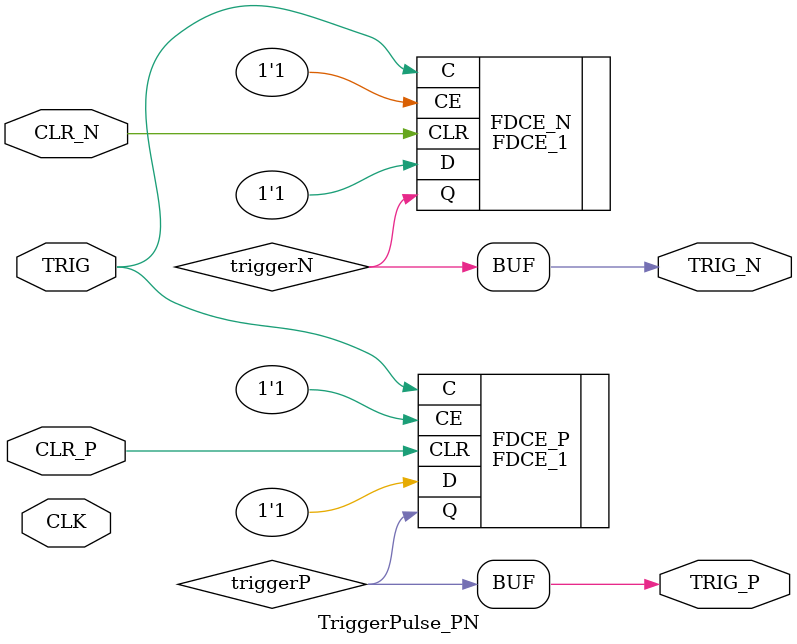
<source format=v>
`timescale 1ns / 1ps
module TriggerPulse_PN(TRIG, CLK, CLR_P, CLR_N, TRIG_P, TRIG_N);
	input TRIG;
	input CLK;
	input CLR_P;
	input CLR_N;
	output TRIG_P;
	output TRIG_N;
	
//	(* IOB = "TRUE" *)
//	reg triggerP; 
//	(* IOB = "TRUE" *)
//	reg triggerN;
//	
//	initial begin
//		triggerP <= 0;
//		triggerN <= 0;
//	end

 FDCE_1 #(
      .INIT(1'b0) // Initial value of register (1'b0 or 1'b1)
   ) FDCE_P (
      .Q(triggerP),      // Data output
      .C(TRIG),      // Clock input
      .CE(1'b1),    // Clock enable input
      .CLR(CLR_P),  // Asynchronous clear input
      .D(1'b1)       // Data input
   );

 FDCE_1 #(
      .INIT(1'b0) // Initial value of register (1'b0 or 1'b1)
   ) FDCE_N (
      .Q(triggerN),      // Data output
      .C(TRIG),      // Clock input
      .CE(1'b1),    // Clock enable input
      .CLR(CLR_N),  // Asynchronous clear input
      .D(1'b1)       // Data input
   );

//	always @(posedge TRIG or posedge CLR_P) begin
//		if (CLR_P)
//			triggerP <= 0;
//		else
//			triggerP <= 1;
//	end
//	always @(posedge TRIG or posedge CLR_N) begin
//		if (CLR_N)
//			triggerN <= 0;
//		else
//			triggerN <= 1;
//	end
	assign TRIG_P = triggerP;
	assign TRIG_N = triggerN;
endmodule


</source>
